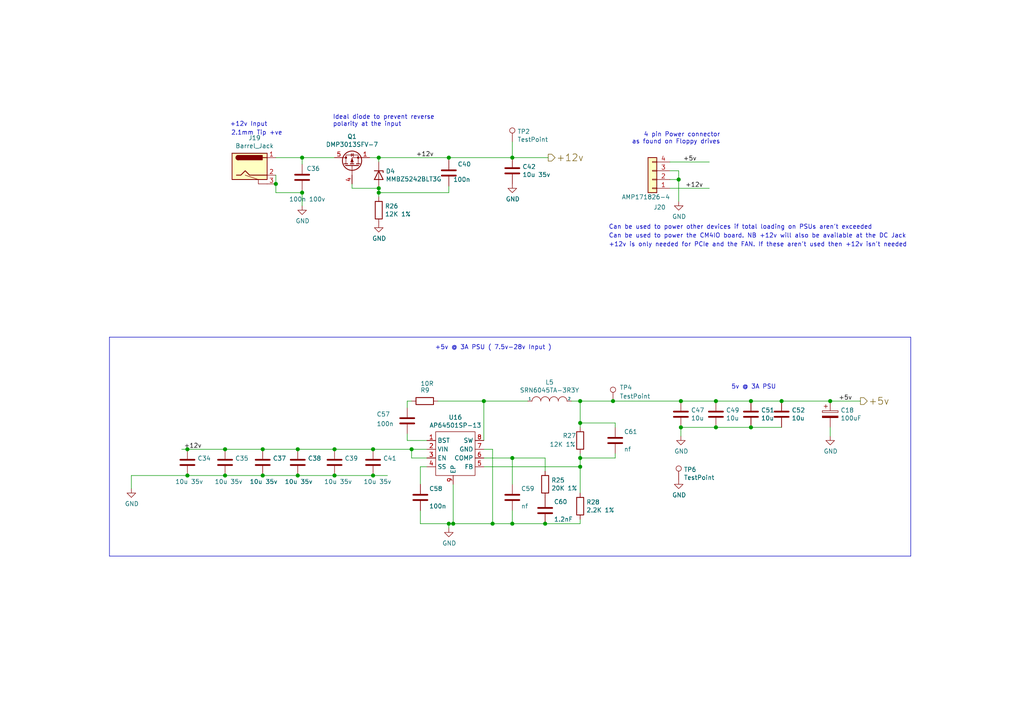
<source format=kicad_sch>
(kicad_sch (version 20211123) (generator eeschema)
  (paper "A4")
  (title_block (title "Compute Module 4 IO Board - PSUs") (company "(c) Raspberry Pi Trading 2020") (comment 1 "www.raspberrypi.org"))
  (lib_symbols
    (symbol "CM4IO:AP64351"
      (property "Reference" "U" (at 0 8.89 0))
      (property "Value" "AP64351" (at 1.27 6.35 0))
      (symbol "AP64351_0_1"
        (rectangle (start -5.08 5.08) (end 6.35 -7.62))
      )
      (symbol "AP64351_1_1"
        (pin passive line (at -7.62 2.54 0) (length 2.54) (name "BST") (number "1"))
        (pin power_in line (at -7.62 0 0) (length 2.54) (name "VIN") (number "2"))
        (pin input line (at -7.62 -2.54 0) (length 2.54) (name "EN") (number "3"))
        (pin input line (at -7.62 -5.08 0) (length 2.54) (name "SS") (number "4"))
        (pin input line (at 8.89 -5.08 180) (length 2.54) (name "FB") (number "5"))
        (pin input line (at 8.89 -2.54 180) (length 2.54) (name "COMP") (number "6"))
        (pin power_in line (at 8.89 0 180) (length 2.54) (name "GND") (number "7"))
        (pin output line (at 8.89 2.54 180) (length 2.54) (name "SW") (number "8"))
        (pin passive line (at 0 -10.16 90) (length 2.54) (name "EP") (number "9"))
      )
    )
    (symbol "CM4IO:Barrel_Jack"
      (property "Reference" "J" (at 0 5.334 0))
      (property "Value" "Barrel_Jack" (at 0 -5.08 0))
      (symbol "Barrel_Jack_0_1"
        (rectangle (start -5.08 3.81) (end 5.08 -3.81) (stroke (width 0.254)) (fill (type background)))
        (arc (start -3.302 3.175) (mid -3.937 2.54) (end -3.302 1.905) (stroke (width 0.254)))
        (arc (start -3.302 3.175) (mid -3.937 2.54) (end -3.302 1.905) (stroke (width 0.254)) (fill (type outline)))
        (polyline (pts (xy 5.08 2.54) (xy 3.81 2.54)) (stroke (width 0.254)))
        (polyline (pts (xy 5.08 -5.08) (xy 2.54 -5.08) (xy 2.54 -3.81) (xy -1.27 -2.54)))
        (polyline (pts (xy -3.81 -2.54) (xy -2.54 -2.54) (xy -1.27 -1.27) (xy 0 -2.54) (xy 2.54 -2.54) (xy 5.08 -2.54)) (stroke (width 0.254)))
        (rectangle (start 3.683 3.175) (end -3.302 1.905) (stroke (width 0.254)) (fill (type outline)))
      )
      (symbol "Barrel_Jack_1_1"
        (pin passive line (at 7.62 2.54 180) (length 2.54) (name "~") (number "1"))
        (pin passive line (at 7.62 -2.54 180) (length 2.54) (name "~") (number "2"))
        (pin passive line (at 7.62 -5.08 180) (length 2.54) (name "~") (number "3"))
      )
    )
    (symbol "Connector:TestPoint" (pin_numbers hide) (pin_names (offset 0.762) hide)
      (property "Reference" "TP" (at 0 6.858 0))
      (property "Value" "TestPoint" (at 0 5.08 0))
      (symbol "TestPoint_0_1"
        (circle (center 0 3.302) (radius 0.762))
      )
      (symbol "TestPoint_1_1"
        (pin passive line (at 0 0 90) (length 2.54) (name "1") (number "1"))
      )
    )
    (symbol "Connector_Generic:Conn_01x04" (pin_names hide)
      (property "Reference" "J" (at 0 5.08 0))
      (property "Value" "Conn_01x04" (at 0 -7.62 0))
      (symbol "Conn_01x04_1_1"
        (rectangle (start -1.27 -4.953) (end 0 -5.207))
        (rectangle (start -1.27 -2.413) (end 0 -2.667))
        (rectangle (start -1.27 0.127) (end 0 -0.127))
        (rectangle (start -1.27 2.667) (end 0 2.413))
        (rectangle (start -1.27 3.81) (end 1.27 -6.35) (stroke (width 0.254)) (fill (type background)))
        (pin passive line (at -5.08 2.54 0) (length 3.81) (name "Pin_1") (number "1"))
        (pin passive line (at -5.08 0 0) (length 3.81) (name "Pin_2") (number "2"))
        (pin passive line (at -5.08 -2.54 0) (length 3.81) (name "Pin_3") (number "3"))
        (pin passive line (at -5.08 -5.08 0) (length 3.81) (name "Pin_4") (number "4"))
      )
    )
    (symbol "Device:C" (pin_numbers hide) (pin_names (offset 0.254))
      (property "Reference" "C" (at 0.635 2.54 0))
      (property "Value" "C" (at 0.635 -2.54 0))
      (symbol "C_0_1"
        (polyline (pts (xy -2.032 -0.762) (xy 2.032 -0.762)) (stroke (width 0.508)))
        (polyline (pts (xy -2.032 0.762) (xy 2.032 0.762)) (stroke (width 0.508)))
      )
      (symbol "C_1_1"
        (pin passive line (at 0 3.81 270) (length 2.794) (name "~") (number "1"))
        (pin passive line (at 0 -3.81 90) (length 2.794) (name "~") (number "2"))
      )
    )
    (symbol "Device:CP" (pin_numbers hide) (pin_names (offset 0.254))
      (property "Reference" "C" (at 0.635 2.54 0))
      (property "Value" "CP" (at 0.635 -2.54 0))
      (symbol "CP_0_1"
        (rectangle (start -2.286 0.508) (end 2.286 1.016))
        (polyline (pts (xy -1.778 2.286) (xy -0.762 2.286)))
        (polyline (pts (xy -1.27 2.794) (xy -1.27 1.778)))
        (rectangle (start 2.286 -0.508) (end -2.286 -1.016) (fill (type outline)))
      )
      (symbol "CP_1_1"
        (pin passive line (at 0 3.81 270) (length 2.794) (name "~") (number "1"))
        (pin passive line (at 0 -3.81 90) (length 2.794) (name "~") (number "2"))
      )
    )
    (symbol "Device:R" (pin_numbers hide) (pin_names (offset 0))
      (property "Reference" "R" (at 2.032 0 90))
      (property "Value" "R" (at 0 0 90))
      (symbol "R_0_1"
        (rectangle (start -1.016 -2.54) (end 1.016 2.54) (stroke (width 0.254)))
      )
      (symbol "R_1_1"
        (pin passive line (at 0 3.81 270) (length 1.27) (name "~") (number "1"))
        (pin passive line (at 0 -3.81 90) (length 1.27) (name "~") (number "2"))
      )
    )
    (symbol "Diode:BZX84Cxx" (pin_numbers hide) (pin_names hide)
      (property "Reference" "D" (at 0 2.54 0))
      (property "Value" "BZX84Cxx" (at 0 -2.54 0))
      (symbol "BZX84Cxx_0_1"
        (polyline (pts (xy 1.27 0) (xy -1.27 0)))
        (polyline (pts (xy -1.27 -1.27) (xy -1.27 1.27) (xy -0.762 1.27)) (stroke (width 0.254)))
        (polyline (pts (xy 1.27 -1.27) (xy 1.27 1.27) (xy -1.27 0) (xy 1.27 -1.27)) (stroke (width 0.254)))
      )
      (symbol "BZX84Cxx_1_1"
        (pin passive line (at -3.81 0 0) (length 2.54) (name "K") (number "1"))
        (pin passive line (at 3.81 0 180) (length 2.54) (name "A") (number "2"))
      )
    )
    (symbol "Transistor_FET:DMP3013SFV" (pin_names hide)
      (property "Reference" "Q" (at 5.08 1.905 0))
      (property "Value" "DMP3013SFV" (at 5.08 0 0))
      (symbol "DMP3013SFV_0_1"
        (polyline (pts (xy 0.254 0) (xy -2.54 0)))
        (polyline (pts (xy 0.254 1.905) (xy 0.254 -1.905)) (stroke (width 0.254)))
        (polyline (pts (xy 0.762 -1.27) (xy 0.762 -2.286)) (stroke (width 0.254)))
        (polyline (pts (xy 0.762 0.508) (xy 0.762 -0.508)) (stroke (width 0.254)))
        (polyline (pts (xy 0.762 2.286) (xy 0.762 1.27)) (stroke (width 0.254)))
        (polyline (pts (xy 2.54 2.54) (xy 2.54 1.778)))
        (polyline (pts (xy 2.54 -2.54) (xy 2.54 0) (xy 0.762 0)))
        (polyline (pts (xy 0.762 1.778) (xy 3.302 1.778) (xy 3.302 -1.778) (xy 0.762 -1.778)))
        (polyline (pts (xy 2.286 0) (xy 1.27 0.381) (xy 1.27 -0.381) (xy 2.286 0)) (fill (type outline)))
        (polyline (pts (xy 2.794 -0.508) (xy 2.921 -0.381) (xy 3.683 -0.381) (xy 3.81 -0.254)))
        (polyline (pts (xy 3.302 -0.381) (xy 2.921 0.254) (xy 3.683 0.254) (xy 3.302 -0.381)))
        (circle (center 1.651 0) (radius 2.794) (stroke (width 0.254)))
        (circle (center 2.54 -1.778) (radius 0.254) (fill (type outline)))
        (circle (center 2.54 1.778) (radius 0.254) (fill (type outline)))
      )
      (symbol "DMP3013SFV_1_1"
        (pin passive line (at 2.54 -5.08 90) (length 2.54) (name "S") (number "1"))
        (pin passive line (at 2.54 -5.08 90) (length 2.54) hide (name "S") (number "2"))
        (pin passive line (at 2.54 -5.08 90) (length 2.54) hide (name "S") (number "3"))
        (pin passive line (at -5.08 0 0) (length 2.54) (name "G") (number "4"))
        (pin passive line (at 2.54 5.08 270) (length 2.54) (name "D") (number "5"))
      )
    )
    (symbol "power:GND" (power) (pin_names (offset 0))
      (property "Value" "GND" (at 0 -3.81 0))
      (symbol "GND_0_1"
        (polyline (pts (xy 0 0) (xy 0 -1.27) (xy 1.27 -1.27) (xy 0 -2.54) (xy -1.27 -1.27) (xy 0 -1.27)))
      )
      (symbol "GND_1_1"
        (pin power_in line (at 0 0 270) (length 0) hide (name "GND") (number "1"))
      )
    )
    (symbol "pspice:INDUCTOR" (pin_numbers hide) (pin_names (offset 0))
      (property "Reference" "L" (at 0 2.54 0))
      (property "Value" "INDUCTOR" (at 0 -1.27 0))
      (symbol "INDUCTOR_0_1"
        (arc (start -2.54 0) (mid -3.81 1.27) (end -5.08 0))
        (arc (start 0 0) (mid -1.27 1.27) (end -2.54 0))
        (arc (start 2.54 0) (mid 1.27 1.27) (end 0 0))
        (arc (start 5.08 0) (mid 3.81 1.27) (end 2.54 0))
      )
      (symbol "INDUCTOR_1_1"
        (pin input line (at -6.35 0 0) (length 1.27) (name "1") (number "1"))
        (pin input line (at 6.35 0 180) (length 1.27) (name "2") (number "2"))
      )
    )
  )
  (junction (at 158.115 151.892) (diameter 1.016))
  (junction (at 131.445 151.892) (diameter 1.016))
  (junction (at 108.204 130.302) (diameter 1.016))
  (junction (at 168.275 122.682) (diameter 1.016))
  (junction (at 148.59 151.892) (diameter 1.016))
  (junction (at 130.175 45.72) (diameter 1.016))
  (junction (at 54.356 137.922) (diameter 1.016))
  (junction (at 168.275 132.842) (diameter 1.016))
  (junction (at 142.875 151.892) (diameter 1.016))
  (junction (at 87.63 45.72) (diameter 1.016))
  (junction (at 197.485 116.332) (diameter 1.016))
  (junction (at 130.175 151.892) (diameter 1.016))
  (junction (at 140.335 116.332) (diameter 1.016))
  (junction (at 109.855 55.88) (diameter 1.016))
  (junction (at 168.275 116.332) (diameter 1.016))
  (junction (at 65.278 130.302) (diameter 1.016))
  (junction (at 207.645 123.952) (diameter 1.016))
  (junction (at 76.2 137.922) (diameter 1.016))
  (junction (at 217.805 123.952) (diameter 1.016))
  (junction (at 217.805 116.332) (diameter 1.016))
  (junction (at 177.8 116.332) (diameter 1.016))
  (junction (at 108.204 137.922) (diameter 1.016))
  (junction (at 226.695 116.332) (diameter 1.016))
  (junction (at 54.356 130.302) (diameter 1.016))
  (junction (at 197.485 123.952) (diameter 1.016))
  (junction (at 87.63 55.88) (diameter 1.016))
  (junction (at 109.855 54.61) (diameter 1.016))
  (junction (at 86.36 130.302) (diameter 1.016))
  (junction (at 119.38 130.302) (diameter 1.016))
  (junction (at 86.36 137.922) (diameter 1.016))
  (junction (at 196.85 52.07) (diameter 1.016))
  (junction (at 76.2 130.302) (diameter 1.016))
  (junction (at 97.028 137.922) (diameter 1.016))
  (junction (at 80.01 53.34) (diameter 1.016))
  (junction (at 207.645 116.332) (diameter 1.016))
  (junction (at 65.278 137.922) (diameter 1.016))
  (junction (at 148.59 45.72) (diameter 1.016))
  (junction (at 109.855 45.72) (diameter 1.016))
  (junction (at 168.275 135.382) (diameter 1.016))
  (junction (at 97.028 130.302) (diameter 1.016))
  (junction (at 240.792 116.332) (diameter 1.016))
  (junction (at 148.59 132.842) (diameter 1.016))
  (wire (pts (xy 97.028 137.922) (xy 108.204 137.922)))
  (wire (pts (xy 87.63 55.88) (xy 87.63 59.69)))
  (wire (pts (xy 52.705 130.302) (xy 54.356 130.302)))
  (wire (pts (xy 158.115 136.652) (xy 158.115 132.842)))
  (wire (pts (xy 118.11 127.762) (xy 123.825 127.762)))
  (wire (pts (xy 168.275 132.842) (xy 168.275 135.382)))
  (wire (pts (xy 97.028 130.302) (xy 108.204 130.302)))
  (wire (pts (xy 148.59 132.842) (xy 148.59 140.462)))
  (wire (pts (xy 168.275 151.892) (xy 168.275 150.622)))
  (wire (pts (xy 148.59 151.892) (xy 158.115 151.892)))
  (polyline (pts (xy 31.75 97.79) (xy 31.75 161.29)) (stroke (width 0) (type solid)))
  (wire (pts (xy 118.11 125.857) (xy 118.11 127.762)))
  (wire (pts (xy 148.59 45.72) (xy 159.004 45.72)))
  (wire (pts (xy 130.175 153.162) (xy 130.175 151.892)))
  (wire (pts (xy 86.36 137.922) (xy 97.028 137.922)))
  (wire (pts (xy 148.59 148.082) (xy 148.59 151.892)))
  (wire (pts (xy 121.92 151.892) (xy 130.175 151.892)))
  (wire (pts (xy 76.2 130.302) (xy 86.36 130.302)))
  (wire (pts (xy 76.2 137.922) (xy 86.36 137.922)))
  (wire (pts (xy 121.92 135.382) (xy 121.92 140.462)))
  (wire (pts (xy 118.11 116.332) (xy 119.38 116.332)))
  (wire (pts (xy 65.278 137.922) (xy 76.2 137.922)))
  (wire (pts (xy 140.335 135.382) (xy 168.275 135.382)))
  (wire (pts (xy 121.92 148.082) (xy 121.92 151.892)))
  (wire (pts (xy 102.108 53.34) (xy 102.108 54.61)))
  (polyline (pts (xy 264.16 97.79) (xy 264.16 161.29)) (stroke (width 0) (type solid)))
  (wire (pts (xy 140.335 116.332) (xy 140.335 127.762)))
  (polyline (pts (xy 264.16 161.29) (xy 31.75 161.29)) (stroke (width 0) (type solid)))
  (wire (pts (xy 217.805 116.332) (xy 226.695 116.332)))
  (wire (pts (xy 158.115 151.892) (xy 168.275 151.892)))
  (wire (pts (xy 118.11 118.237) (xy 118.11 116.332)))
  (wire (pts (xy 80.01 55.88) (xy 80.01 53.34)))
  (wire (pts (xy 54.356 137.922) (xy 65.278 137.922)))
  (wire (pts (xy 87.63 45.72) (xy 87.63 47.625)))
  (wire (pts (xy 240.792 123.952) (xy 240.792 126.492)))
  (wire (pts (xy 65.278 130.302) (xy 76.2 130.302)))
  (wire (pts (xy 140.335 132.842) (xy 148.59 132.842)))
  (wire (pts (xy 178.435 122.682) (xy 178.435 123.952)))
  (wire (pts (xy 123.825 135.382) (xy 121.92 135.382)))
  (wire (pts (xy 207.645 116.332) (xy 217.805 116.332)))
  (wire (pts (xy 130.175 55.88) (xy 130.175 53.975)))
  (wire (pts (xy 119.38 132.842) (xy 123.825 132.842)))
  (wire (pts (xy 130.175 151.892) (xy 131.445 151.892)))
  (wire (pts (xy 142.875 130.302) (xy 142.875 151.892)))
  (wire (pts (xy 108.204 137.922) (xy 112.395 137.922)))
  (wire (pts (xy 130.175 45.72) (xy 148.59 45.72)))
  (wire (pts (xy 142.875 151.892) (xy 148.59 151.892)))
  (wire (pts (xy 109.855 55.88) (xy 109.855 57.15)))
  (wire (pts (xy 217.805 123.952) (xy 207.645 123.952)))
  (wire (pts (xy 194.31 52.07) (xy 196.85 52.07)))
  (polyline (pts (xy 31.75 97.79) (xy 264.16 97.79)) (stroke (width 0) (type solid)))
  (wire (pts (xy 194.31 54.61) (xy 205.74 54.61)))
  (wire (pts (xy 177.8 116.332) (xy 197.485 116.332)))
  (wire (pts (xy 131.445 140.462) (xy 131.445 151.892)))
  (wire (pts (xy 80.01 55.88) (xy 87.63 55.88)))
  (wire (pts (xy 80.01 53.34) (xy 80.01 50.8)))
  (wire (pts (xy 127 116.332) (xy 140.335 116.332)))
  (wire (pts (xy 119.38 130.302) (xy 119.38 132.842)))
  (wire (pts (xy 109.855 45.72) (xy 130.175 45.72)))
  (wire (pts (xy 109.855 45.72) (xy 109.855 46.99)))
  (wire (pts (xy 165.735 116.332) (xy 168.275 116.332)))
  (wire (pts (xy 168.275 116.332) (xy 168.275 122.682)))
  (wire (pts (xy 140.335 130.302) (xy 142.875 130.302)))
  (wire (pts (xy 194.31 49.53) (xy 196.85 49.53)))
  (wire (pts (xy 102.108 54.61) (xy 109.855 54.61)))
  (wire (pts (xy 168.275 122.682) (xy 178.435 122.682)))
  (wire (pts (xy 196.85 52.07) (xy 196.85 58.42)))
  (wire (pts (xy 38.1 137.922) (xy 38.1 141.732)))
  (wire (pts (xy 197.485 116.332) (xy 207.645 116.332)))
  (wire (pts (xy 148.59 132.842) (xy 158.115 132.842)))
  (wire (pts (xy 109.855 55.88) (xy 130.175 55.88)))
  (wire (pts (xy 87.63 55.245) (xy 87.63 55.88)))
  (wire (pts (xy 196.85 49.53) (xy 196.85 52.07)))
  (wire (pts (xy 207.645 123.952) (xy 197.485 123.952)))
  (wire (pts (xy 131.445 151.892) (xy 142.875 151.892)))
  (wire (pts (xy 226.695 123.952) (xy 217.805 123.952)))
  (wire (pts (xy 86.36 130.302) (xy 97.028 130.302)))
  (wire (pts (xy 38.1 137.922) (xy 54.356 137.922)))
  (wire (pts (xy 240.792 116.332) (xy 249.555 116.332)))
  (wire (pts (xy 226.695 116.332) (xy 240.792 116.332)))
  (wire (pts (xy 178.435 132.842) (xy 178.435 131.572)))
  (wire (pts (xy 168.275 135.382) (xy 168.275 143.002)))
  (wire (pts (xy 168.275 132.842) (xy 178.435 132.842)))
  (wire (pts (xy 87.63 45.72) (xy 97.028 45.72)))
  (wire (pts (xy 168.275 116.332) (xy 177.8 116.332)))
  (wire (pts (xy 148.59 41.148) (xy 148.59 45.72)))
  (wire (pts (xy 130.175 45.72) (xy 130.175 46.355)))
  (wire (pts (xy 107.188 45.72) (xy 109.855 45.72)))
  (wire (pts (xy 54.356 130.302) (xy 65.278 130.302)))
  (wire (pts (xy 168.275 122.682) (xy 168.275 123.952)))
  (wire (pts (xy 194.31 46.99) (xy 205.74 46.99)))
  (wire (pts (xy 197.485 123.952) (xy 197.485 126.492)))
  (wire (pts (xy 80.01 45.72) (xy 87.63 45.72)))
  (wire (pts (xy 119.38 130.302) (xy 123.825 130.302)))
  (wire (pts (xy 168.275 131.572) (xy 168.275 132.842)))
  (wire (pts (xy 109.855 54.61) (xy 109.855 55.88)))
  (wire (pts (xy 140.335 116.332) (xy 153.035 116.332)))
  (wire (pts (xy 108.204 130.302) (xy 119.38 130.302)))
  (text "2.1mm Tip +ve" (at 81.915 39.37 180) (effects (font (size 1.27 1.27)) (justify right bottom)))
  (text "Ideal diode to prevent reverse\npolarity at the input" (at 96.52 36.83 0) (effects (font (size 1.27 1.27)) (justify left bottom)))
  (text "+12v Input" (at 66.675 36.83 0) (effects (font (size 1.27 1.27)) (justify left bottom)))
  (text "Can be used to power other devices if total loading on PSUs aren't exceeded" (at 176.53 66.675 0) (effects (font (size 1.27 1.27)) (justify left bottom)))
  (text "5v @ 3A PSU\n" (at 212.09 113.03 0) (effects (font (size 1.27 1.27)) (justify left bottom)))
  (text "4 pin Power connector\nas found on Floppy drives" (at 208.915 41.91 180) (effects (font (size 1.27 1.27)) (justify right bottom)))
  (text "+5v @ 3A PSU ( 7.5v-28v Input )" (at 160.02 101.6 180) (effects (font (size 1.27 1.27)) (justify right bottom)))
  (text "+12v is only needed for PCIe and the FAN. If these aren't used then +12v isn't needed" (at 176.53 71.755 0) (effects (font (size 1.27 1.27)) (justify left bottom)))
  (text "Can be used to power the CM4IO board. NB +12v will also be available at the DC Jack" (at 176.53 69.215 0) (effects (font (size 1.27 1.27)) (justify left bottom)))
  (label "+12v" (at 53.34 130.302 0))
  (label "+12v" (at 198.755 54.61 0))
  (label "+5v" (at 243.205 116.332 0))
  (label "+12v" (at 120.65 45.72 0))
  (label "+5v" (at 198.12 46.99 0))
  (hierarchical_label "+12v" (shape output) (at 159.004 45.72 0) (effects (font (size 2.0066 2.0066))))
  (hierarchical_label "+5v" (shape output) (at 249.555 116.332 0) (effects (font (size 2.0066 2.0066))))
  (symbol (lib_id "power:GND") (at 148.59 53.34 0) (unit 1)
    (property "Reference" "#PWR043" (effects hide))
    (property "Value" "GND" (at 148.717 57.7342 0))
  )
  (symbol (lib_id "power:GND") (at 87.63 59.69 0) (unit 1)
    (property "Reference" "#PWR041" (effects hide))
    (property "Value" "GND" (at 87.757 64.0842 0))
  )
  (symbol (lib_id "Device:C") (at 197.485 120.142 0) (unit 1)
    (property "Reference" "C47" (at 200.406 118.9736 0) (effects (justify left)))
    (property "Value" "10u" (at 200.406 121.285 0) (effects (justify left)))
    (property "Footprint" "Capacitor_SMD:C_0805_2012Metric" (effects hide))
    (property "Datasheet" "https://search.murata.co.jp/Ceramy/image/img/A01X/G101/ENG/GRM21BR71A106KA73-01.pdf" (effects hide))
    (property "Field5" "490-14381-1-ND" (effects hide))
    (property "Field4" "Digikey" (effects hide))
    (property "Field6" "GRM21BR71A106KA73L" (effects hide))
    (property "Field7" "Murata" (effects hide))
    (property "Part Description" "	10uF 10% 10V Ceramic Capacitor X7R 0805 (2012 Metric)" (effects hide))
    (property "Field8" "111893011" (effects hide))
  )
  (symbol (lib_id "Device:C") (at 207.645 120.142 0) (unit 1)
    (property "Reference" "C49" (at 210.566 118.9736 0) (effects (justify left)))
    (property "Value" "10u" (at 210.566 121.285 0) (effects (justify left)))
    (property "Footprint" "Capacitor_SMD:C_0805_2012Metric" (effects hide))
    (property "Datasheet" "https://search.murata.co.jp/Ceramy/image/img/A01X/G101/ENG/GRM21BR71A106KA73-01.pdf" (effects hide))
    (property "Field5" "490-14381-1-ND" (effects hide))
    (property "Field4" "Digikey" (effects hide))
    (property "Field6" "GRM21BR71A106KA73L" (effects hide))
    (property "Field7" "Murata" (effects hide))
    (property "Part Description" "	10uF 10% 10V Ceramic Capacitor X7R 0805 (2012 Metric)" (effects hide))
    (property "Field8" "111893011" (effects hide))
  )
  (symbol (lib_id "Device:C") (at 217.805 120.142 0) (unit 1)
    (property "Reference" "C51" (at 220.726 118.9736 0) (effects (justify left)))
    (property "Value" "10u" (at 220.726 121.285 0) (effects (justify left)))
    (property "Footprint" "Capacitor_SMD:C_0805_2012Metric" (effects hide))
    (property "Datasheet" "https://search.murata.co.jp/Ceramy/image/img/A01X/G101/ENG/GRM21BR71A106KA73-01.pdf" (effects hide))
    (property "Field5" "490-14381-1-ND" (effects hide))
    (property "Field4" "Digikey" (effects hide))
    (property "Field6" "GRM21BR71A106KA73L" (effects hide))
    (property "Field7" "Murata" (effects hide))
    (property "Part Description" "	10uF 10% 10V Ceramic Capacitor X7R 0805 (2012 Metric)" (effects hide))
    (property "Field8" "111893011" (effects hide))
  )
  (symbol (lib_id "Device:C") (at 226.695 120.142 0) (unit 1)
    (property "Reference" "C52" (at 229.616 118.9736 0) (effects (justify left)))
    (property "Value" "10u" (at 229.616 121.285 0) (effects (justify left)))
    (property "Footprint" "Capacitor_SMD:C_0805_2012Metric" (effects hide))
    (property "Datasheet" "https://search.murata.co.jp/Ceramy/image/img/A01X/G101/ENG/GRM21BR71A106KA73-01.pdf" (effects hide))
    (property "Field5" "490-14381-1-ND" (effects hide))
    (property "Field4" "Digikey" (effects hide))
    (property "Field6" "GRM21BR71A106KA73L" (effects hide))
    (property "Field7" "Murata" (effects hide))
    (property "Part Description" "	10uF 10% 10V Ceramic Capacitor X7R 0805 (2012 Metric)" (effects hide))
    (property "Field8" "111893011" (effects hide))
  )
  (symbol (lib_id "Device:C") (at 87.63 51.435 0) (unit 1)
    (property "Reference" "C36" (at 88.9 48.895 0) (effects (justify left)))
    (property "Value" "100n 100v" (at 83.82 57.785 0) (effects (justify left)))
    (property "Footprint" "Capacitor_SMD:C_0402_1005Metric" (effects hide))
    (property "Datasheet" "https://psearch.en.murata.com/capacitor/product/GRM155R62A104KE14%23.pdf" (effects hide))
    (property "Field4" "Farnell" (effects hide))
    (property "Field5" "2611907" (effects hide))
    (property "Field6" "GRM155R62A104KE14D" (effects hide))
    (property "Field7" "Murata" (effects hide))
    (property "Part Description" "	0.1uF 10% 100V Ceramic Capacitor X5R 0402 (1005 Metric)" (effects hide))
  )
  (symbol (lib_id "power:GND") (at 109.855 64.77 0) (unit 1)
    (property "Reference" "#PWR042" (effects hide))
    (property "Value" "GND" (at 109.982 69.1642 0))
  )
  (symbol (lib_id "Connector_Generic:Conn_01x04") (at 189.23 52.07 180) (unit 1)
    (property "Reference" "J20" (at 191.3128 60.1218 0))
    (property "Value" "AMP171826-4" (at 187.325 57.15 0))
    (property "Footprint" "171826-4:TE_171826-4" (effects hide))
    (property "Datasheet" "https://www.te.com/usa-en/product-171826-4.html" (effects hide))
    (property "Field4" "Farnell" (effects hide))
    (property "Field5" "	1056115" (effects hide))
    (property "Field6" "AMP171826-4" (effects hide))
    (property "Field7" "AMP-TE" (effects hide))
    (property "Part Description" "Wire-To-Board Connector, Right Angle, 2.54 mm, 4 Contacts, Header, AMP EI Series, Through Hole" (effects hide))
  )
  (symbol (lib_id "power:GND") (at 196.85 58.42 0) (unit 1)
    (property "Reference" "#PWR045" (effects hide))
    (property "Value" "GND" (at 196.977 62.8142 0))
  )
  (symbol (lib_id "CM4IO:Barrel_Jack") (at 72.39 48.26 0) (unit 1)
    (property "Reference" "J19" (at 73.8378 40.005 0))
    (property "Value" "Barrel_Jack" (at 73.8378 42.3164 0))
    (property "Footprint" "Connector_BarrelJack:BarrelJack_Horizontal" (effects hide))
    (property "Datasheet" "https://www.toby.co.uk/uploads/publications/842.pdf" (effects hide))
    (property "Field4" "Toby" (effects hide))
    (property "Field5" "DC-001-A-2.1mm-R" (effects hide))
    (property "Part Description" "DC Power Connectors PCB 2.1MM" (effects hide))
    (property "Field6" "DC-001-A-2.1mm-R" (effects hide))
    (property "Field7" "Valcon" (effects hide))
  )
  (symbol (lib_id "Diode:BZX84Cxx") (at 109.855 50.8 270) (unit 1)
    (property "Reference" "D4" (at 111.887 49.657 90) (effects (justify left)))
    (property "Value" "MMBZ5242BLT3G" (at 111.887 51.943 90) (effects (justify left)))
    (property "Footprint" "Diode_SMD:D_SOT-23_ANK" (effects hide))
    (property "Datasheet" "https://diotec.com/tl_files/diotec/files/pdf/datasheets/bzx84c2v4.pdf" (effects hide))
    (property "Field4" "Digikey" (effects hide))
    (property "Field5" "	MMBZ5242BLT3GOSCT-ND" (effects hide))
    (property "Field6" "MMBZ5242BLT3G" (effects hide))
    (property "Field7" "Onsemi" (effects hide))
    (property "Part Description" "	Zener Diode 12V 225mW 5% Surface Mount SOT-23-3 (TO-236)" (effects hide))
  )
  (symbol (lib_id "Device:R") (at 109.855 60.96 0) (unit 1)
    (property "Reference" "R26" (at 111.633 59.7916 0) (effects (justify left)))
    (property "Value" "12K 1%" (at 111.633 62.103 0) (effects (justify left)))
    (property "Footprint" "Resistor_SMD:R_0402_1005Metric" (effects hide))
    (property "Datasheet" "https://fscdn.rohm.com/en/products/databook/datasheet/passive/resistor/chip_resistor/mcr-e.pdf" (effects hide))
    (property "Field4" "Farnell" (effects hide))
    (property "Field5" "9239367" (effects hide))
    (property "Field7" "Rohm" (effects hide))
    (property "Field6" "MCR01MZPF1202" (effects hide))
    (property "Part Description" "Resistor 12K M1005 1% 63mW" (effects hide))
  )
  (symbol (lib_id "Device:C") (at 130.175 50.165 0) (unit 1)
    (property "Reference" "C40" (at 132.715 47.625 0) (effects (justify left)))
    (property "Value" "100n" (at 131.445 52.07 0) (effects (justify left)))
    (property "Footprint" "Capacitor_SMD:C_0402_1005Metric" (effects hide))
    (property "Datasheet" "https://search.murata.co.jp/Ceramy/image/img/A01X/G101/ENG/GRM155R71C104KA88-01.pdf" (effects hide))
    (property "Field4" "Farnell" (effects hide))
    (property "Field5" "2611911" (effects hide))
    (property "Field6" "RM EMK105 B7104KV-F" (effects hide))
    (property "Field7" "TAIYO YUDEN EUROPE GMBH" (effects hide))
    (property "Part Description" "	0.1uF 10% 16V Ceramic Capacitor X7R 0402 (1005 Metric)" (effects hide))
    (property "Field8" "110091611" (effects hide))
  )
  (symbol (lib_id "power:GND") (at 197.485 126.492 0) (unit 1)
    (property "Reference" "#PWR0118" (effects hide))
    (property "Value" "GND" (at 197.612 130.8862 0))
  )
  (symbol (lib_id "Device:C") (at 118.11 122.047 0) (unit 1)
    (property "Reference" "C57" (at 109.22 120.142 0) (effects (justify left)))
    (property "Value" "100n" (at 109.22 122.936 0) (effects (justify left)))
    (property "Footprint" "Capacitor_SMD:C_0402_1005Metric" (effects hide))
    (property "Datasheet" "https://search.murata.co.jp/Ceramy/image/img/A01X/G101/ENG/GRM155R71C104KA88-01.pdf" (effects hide))
    (property "Field4" "Farnell" (effects hide))
    (property "Field5" "2611911" (effects hide))
    (property "Field6" "RM EMK105 B7104KV-F" (effects hide))
    (property "Field7" "TAIYO YUDEN EUROPE GMBH" (effects hide))
    (property "Part Description" "	0.1uF 10% 16V Ceramic Capacitor X7R 0402 (1005 Metric)" (effects hide))
    (property "Field8" "110091611" (effects hide))
  )
  (symbol (lib_id "Device:R") (at 123.19 116.332 270) (unit 1)
    (property "Reference" "R9" (at 121.92 113.157 90) (effects (justify left)))
    (property "Value" "10R" (at 121.92 111.252 90) (effects (justify left)))
    (property "Footprint" "Resistor_SMD:R_0402_1005Metric" (effects hide))
    (property "Datasheet" "https://fscdn.rohm.com/en/products/databook/datasheet/passive/resistor/chip_resistor/mcr-e.pdf" (effects hide))
    (property "Field4" "Farnell" (effects hide))
    (property "Field5" "9238999" (effects hide))
    (property "Field7" "Yageo" (effects hide))
    (property "Field6" "RC0402FR-0710RL" (effects hide))
    (property "Field8" "URES00256" (effects hide))
    (property "Part Description" "Resistor 10R M1005 1% 63mW" (effects hide))
  )
  (symbol (lib_id "Device:C") (at 178.435 127.762 0) (unit 1)
    (property "Reference" "C61" (at 180.975 125.222 0) (effects (justify left)))
    (property "Value" "nf" (at 180.975 130.302 0) (effects (justify left)))
    (property "Footprint" "Capacitor_SMD:C_0402_1005Metric" (effects hide))
    (property "Datasheet" "http://www.farnell.com/datasheets/2048267.pdf?_ga=2.222777691.1738794919.1588350964-1787849031.1568210898&_gac=1.250356018.1588350964.EAIaIQobChMIgrHHs4yT6QIVxevtCh39TA_nEAAYASAAEgK8PfD_BwE" (effects hide))
    (property "Field4" "Farnell" (effects hide))
    (property "Field5" "2666374" (effects hide))
    (property "Field6" "GRM1555C1H221JA01D" (effects hide))
    (property "Field7" "Murata" (effects hide))
    (property "Part Description" "220 pF, 50 V, 0402 [1005 Metric], ± 5%, C0G / NP0/CH, GCM Series" (effects hide))
  )
  (symbol (lib_id "Device:R") (at 168.275 127.762 0) (unit 1)
    (property "Reference" "R27" (at 163.195 126.365 0) (effects (justify left)))
    (property "Value" "12K 1%" (at 159.385 128.905 0) (effects (justify left)))
    (property "Footprint" "Resistor_SMD:R_0402_1005Metric" (effects hide))
    (property "Datasheet" "https://fscdn.rohm.com/en/products/databook/datasheet/passive/resistor/chip_resistor/mcr-e.pdf" (effects hide))
    (property "Field4" "Farnell" (effects hide))
    (property "Field5" "9239367" (effects hide))
    (property "Field7" "Rohm" (effects hide))
    (property "Field6" "MCR01MZPF1202" (effects hide))
    (property "Part Description" "Resistor 12K M1005 1% 63mW" (effects hide))
  )
  (symbol (lib_id "pspice:INDUCTOR") (at 159.385 116.332 0) (unit 1)
    (property "Reference" "L5" (at 159.385 110.871 0))
    (property "Value" "SRN6045TA-3R3Y" (at 159.385 113.1824 0))
    (property "Footprint" "Inductor_SMD:L_Bourns_SRN6045TA" (effects hide))
    (property "Datasheet" "https://www.bourns.com/docs/Product-Datasheets/SRN6045TA.pdf" (effects hide))
    (property "Field4" "Farnell" (effects hide))
    (property "Field5" "2616889" (effects hide))
    (property "Field6" "SRN6045TA-3R3Y" (effects hide))
    (property "Field7" "Bourns" (effects hide))
    (property "Part Description" "3.3µH Semi-Shielded Wirewound Inductor 7.8A 21mOhm Nonstandard" (effects hide))
  )
  (symbol (lib_id "Device:C") (at 158.115 148.082 0) (unit 1)
    (property "Reference" "C60" (at 160.655 145.542 0) (effects (justify left)))
    (property "Value" "1.2nF" (at 160.655 150.622 0) (effects (justify left)))
    (property "Footprint" "Capacitor_SMD:C_0402_1005Metric" (effects hide))
    (property "Datasheet" "http://www.farnell.com/datasheets/2734135.pdf?_ga=2.259347658.1738794919.1588350964-1787849031.1568210898&_gac=1.15394434.1588350964.EAIaIQobChMIgrHHs4yT6QIVxevtCh39TA_nEAAYASAAEgK8PfD_BwE" (effects hide))
    (property "Field4" "Digikey" (effects hide))
    (property "Field5" "490-16429-1-ND" (effects hide))
    (property "Field6" "GCM155R71H122KA37D" (effects hide))
    (property "Field7" "Murata" (effects hide))
    (property "Part Description" "1200pF 10% 10V Ceramic Capacitor X5R 0402 (1005 Metric)" (effects hide))
  )
  (symbol (lib_id "Device:C") (at 148.59 144.272 0) (unit 1)
    (property "Reference" "C59" (at 151.13 141.732 0) (effects (justify left)))
    (property "Value" "nf" (at 151.13 146.812 0) (effects (justify left)))
    (property "Footprint" "Capacitor_SMD:C_0402_1005Metric" (effects hide))
  )
  (symbol (lib_id "CM4IO:AP64351") (at 131.445 130.302 0) (unit 1)
    (property "Reference" "U16" (at 132.08 121.0564 0))
    (property "Value" "AP64501SP-13" (at 132.08 123.3678 0))
    (property "Footprint" "Package_SO:SOIC-8-1EP_3.9x4.9mm_P1.27mm_EP2.95x4.9mm_Mask2.71x3.4mm_ThermalVias" (effects hide))
    (property "Datasheet" "https://www.diodes.com/assets/Datasheets/AP64501.pdf" (effects hide))
    (property "Field4" "Digikey" (effects hide))
    (property "Field5" "31-AP64501SP-13CT-ND" (effects hide))
    (property "Field6" "AP64501SP-13" (effects hide))
    (property "Field7" "Diodes" (effects hide))
    (property "Part Description" "Buck Switching Regulator IC Positive Adjustable 0.8V 1 Output 5A 8-SOIC (0.154\", 3.90mm Width) Exposed Pad" (effects hide))
  )
  (symbol (lib_id "Device:C") (at 121.92 144.272 0) (unit 1)
    (property "Reference" "C58" (at 124.46 141.732 0) (effects (justify left)))
    (property "Value" "100n" (at 124.46 146.812 0) (effects (justify left)))
    (property "Footprint" "Capacitor_SMD:C_0402_1005Metric" (effects hide))
    (property "Datasheet" "https://search.murata.co.jp/Ceramy/image/img/A01X/G101/ENG/GRM155R71C104KA88-01.pdf" (effects hide))
    (property "Field4" "Farnell" (effects hide))
    (property "Field5" "2611911" (effects hide))
    (property "Field6" "RM EMK105 B7104KV-F" (effects hide))
    (property "Field7" "TAIYO YUDEN EUROPE GMBH" (effects hide))
    (property "Part Description" "	0.1uF 10% 16V Ceramic Capacitor X7R 0402 (1005 Metric)" (effects hide))
    (property "Field8" "110091611" (effects hide))
  )
  (symbol (lib_id "power:GND") (at 130.175 153.162 0) (unit 1)
    (property "Reference" "#PWR0119" (effects hide))
    (property "Value" "GND" (at 130.302 157.5562 0))
  )
  (symbol (lib_id "Device:R") (at 168.275 146.812 0) (unit 1)
    (property "Reference" "R28" (at 170.053 145.6436 0) (effects (justify left)))
    (property "Value" "2.2K 1%" (at 170.053 147.955 0) (effects (justify left)))
    (property "Footprint" "Resistor_SMD:R_0402_1005Metric" (effects hide))
    (property "Datasheet" "https://fscdn.rohm.com/en/products/databook/datasheet/passive/resistor/chip_resistor/mcr-e.pdf" (effects hide))
    (property "Field4" "Farnell" (effects hide))
    (property "Field5" "9239278" (effects hide))
    (property "Field6" "RK73G1ETQTP2201D         " (effects hide))
    (property "Field7" "KOA EUROPE GMBH" (effects hide))
    (property "Part Description" "Resistor 2.2K M1005 1% 63mW" (effects hide))
    (property "Field8" "120889581" (effects hide))
  )
  (symbol (lib_id "Device:R") (at 158.115 140.462 0) (unit 1)
    (property "Reference" "R25" (at 159.893 139.2936 0) (effects (justify left)))
    (property "Value" "20K 1%" (at 159.893 141.605 0) (effects (justify left)))
    (property "Footprint" "Resistor_SMD:R_0402_1005Metric" (effects hide))
    (property "Datasheet" "https://fscdn.rohm.com/en/products/databook/datasheet/passive/resistor/chip_resistor/mcr-e.pdf" (effects hide))
    (property "Field4" "Farnell" (effects hide))
    (property "Field5" "2331485" (effects hide))
    (property "Field7" "KOA EUROPE GMBH" (effects hide))
    (property "Field6" "RK73H1ETTP2002F" (effects hide))
    (property "Part Description" "Resistor 20K M1005 1% 63mW" (effects hide))
  )
  (symbol (lib_id "power:GND") (at 38.1 141.732 0) (unit 1)
    (property "Reference" "#PWR0120" (effects hide))
    (property "Value" "GND" (at 38.227 146.1262 0))
  )
  (symbol (lib_id "Connector:TestPoint") (at 148.59 41.148 0) (unit 1)
    (property "Reference" "TP2" (at 150.0632 38.1508 0) (effects (justify left)))
    (property "Value" "TestPoint" (at 150.0632 40.4622 0) (effects (justify left)))
    (property "Footprint" "TestPoint:TestPoint_Pad_2.0x2.0mm" (effects hide))
    (property "Field4" "nf" (effects hide))
    (property "Field5" "nf" (effects hide))
    (property "Field6" "nf" (effects hide))
    (property "Field7" "nf" (effects hide))
  )
  (symbol (lib_id "Connector:TestPoint") (at 196.85 139.192 0) (unit 1)
    (property "Reference" "TP6" (at 198.3232 136.1948 0) (effects (justify left)))
    (property "Value" "TestPoint" (at 198.3232 138.5062 0) (effects (justify left)))
    (property "Footprint" "TestPoint:TestPoint_Pad_2.0x2.0mm" (effects hide))
    (property "Field4" "nf" (effects hide))
    (property "Field5" "nf" (effects hide))
    (property "Field6" "nf" (effects hide))
    (property "Field7" "nf" (effects hide))
  )
  (symbol (lib_id "power:GND") (at 196.85 139.192 0) (unit 1)
    (property "Reference" "#PWR0122" (effects hide))
    (property "Value" "GND" (at 196.977 143.5862 0))
  )
  (symbol (lib_id "Transistor_FET:DMP3013SFV") (at 102.108 48.26 90) (unit 1)
    (property "Reference" "Q1" (at 102.108 39.5986 90))
    (property "Value" "DMP3013SFV-7" (at 102.108 41.91 90))
    (property "Footprint" "Package_SON:Diodes_PowerDI3333-8" (effects hide))
    (property "Datasheet" "https://www.diodes.com/assets/Datasheets/DMP3013SFV.pdf" (effects hide))
    (property "Field4" "Farnell" (effects hide))
    (property "Field5" "3405192" (effects hide))
    (property "Field6" "DMP3013SFV-7" (effects hide))
    (property "Field7" "Diodes" (effects hide))
    (property "Part Description" "DMP3013SFV-7 -  Power MOSFET, P Channel, 30 V, 12 A, 0.008 ohm, PowerDI3333, Surface Mount" (effects hide))
  )
  (symbol (lib_id "power:GND") (at 240.792 126.492 0) (unit 1)
    (property "Reference" "#PWR02" (effects hide))
    (property "Value" "GND" (at 240.919 130.8862 0))
  )
  (symbol (lib_id "Device:C") (at 108.204 134.112 0) (unit 1)
    (property "Reference" "C41" (at 111.125 132.9436 0) (effects (justify left)))
    (property "Value" "10u 35v" (at 105.41 139.7 0) (effects (justify left)))
    (property "Footprint" "Capacitor_SMD:C_0805_2012Metric" (effects hide))
    (property "Datasheet" "https://www.murata.com/en-global/products/productdetail.aspx?partno=GRM21BC8YA106ME11%23" (effects hide))
    (property "Field5" "490-10505-1-ND" (effects hide))
    (property "Field4" "Digikey" (effects hide))
    (property "Field6" "GRM21BC8YA106KE11L " (effects hide))
    (property "Field7" "Murata" (effects hide))
    (property "Part Description" "	10uF 10% or 20% 35V Ceramic Capacitor X6S 0805 (2012 Metric)" (effects hide))
  )
  (symbol (lib_id "Device:C") (at 97.028 134.112 0) (unit 1)
    (property "Reference" "C39" (at 99.949 132.9436 0) (effects (justify left)))
    (property "Value" "10u 35v" (at 93.98 139.7 0) (effects (justify left)))
    (property "Footprint" "Capacitor_SMD:C_0805_2012Metric" (effects hide))
    (property "Datasheet" "https://www.murata.com/en-global/products/productdetail.aspx?partno=GRM21BC8YA106ME11%23" (effects hide))
    (property "Field5" "490-10505-1-ND" (effects hide))
    (property "Field4" "Digikey" (effects hide))
    (property "Field6" "GRM21BC8YA106KE11L " (effects hide))
    (property "Field7" "Murata" (effects hide))
    (property "Part Description" "	10uF 10% or 20% 35V Ceramic Capacitor X6S 0805 (2012 Metric)" (effects hide))
  )
  (symbol (lib_id "Device:C") (at 86.36 134.112 0) (unit 1)
    (property "Reference" "C38" (at 89.281 132.9436 0) (effects (justify left)))
    (property "Value" "10u 35v" (at 82.55 139.7 0) (effects (justify left)))
    (property "Footprint" "Capacitor_SMD:C_0805_2012Metric" (effects hide))
    (property "Datasheet" "https://www.murata.com/en-global/products/productdetail.aspx?partno=GRM21BC8YA106ME11%23" (effects hide))
    (property "Field5" "490-10505-1-ND" (effects hide))
    (property "Field4" "Digikey" (effects hide))
    (property "Field6" "GRM21BC8YA106KE11L " (effects hide))
    (property "Field7" "Murata" (effects hide))
    (property "Part Description" "	10uF 10% or 20% 35V Ceramic Capacitor X6S 0805 (2012 Metric)" (effects hide))
  )
  (symbol (lib_id "Device:C") (at 76.2 134.112 0) (unit 1)
    (property "Reference" "C37" (at 79.121 132.9436 0) (effects (justify left)))
    (property "Value" "10u 35v" (at 72.39 139.7 0) (effects (justify left)))
    (property "Footprint" "Capacitor_SMD:C_0805_2012Metric" (effects hide))
    (property "Datasheet" "https://www.murata.com/en-global/products/productdetail.aspx?partno=GRM21BC8YA106ME11%23" (effects hide))
    (property "Field5" "490-10505-1-ND" (effects hide))
    (property "Field4" "Digikey" (effects hide))
    (property "Field6" "GRM21BC8YA106KE11L " (effects hide))
    (property "Field7" "Murata" (effects hide))
    (property "Part Description" "	10uF 10% or 20% 35V Ceramic Capacitor X6S 0805 (2012 Metric)" (effects hide))
  )
  (symbol (lib_id "Device:C") (at 65.278 134.112 0) (unit 1)
    (property "Reference" "C35" (at 68.199 132.9436 0) (effects (justify left)))
    (property "Value" "10u 35v" (at 62.23 139.7 0) (effects (justify left)))
    (property "Footprint" "Capacitor_SMD:C_0805_2012Metric" (effects hide))
    (property "Datasheet" "https://www.murata.com/en-global/products/productdetail.aspx?partno=GRM21BC8YA106ME11%23" (effects hide))
    (property "Field5" "490-10505-1-ND" (effects hide))
    (property "Field4" "Digikey" (effects hide))
    (property "Field6" "GRM21BC8YA106KE11L " (effects hide))
    (property "Field7" "Murata" (effects hide))
    (property "Part Description" "	10uF 10% or 20% 35V Ceramic Capacitor X6S 0805 (2012 Metric)" (effects hide))
  )
  (symbol (lib_id "Device:C") (at 54.356 134.112 0) (unit 1)
    (property "Reference" "C34" (at 57.277 132.9436 0) (effects (justify left)))
    (property "Value" "10u 35v" (at 50.8 139.7 0) (effects (justify left)))
    (property "Footprint" "Capacitor_SMD:C_0805_2012Metric" (effects hide))
    (property "Datasheet" "https://www.murata.com/en-global/products/productdetail.aspx?partno=GRM21BC8YA106ME11%23" (effects hide))
    (property "Field5" "490-10505-1-ND" (effects hide))
    (property "Field4" "Digikey" (effects hide))
    (property "Field6" "GRM21BC8YA106KE11L " (effects hide))
    (property "Field7" "Murata" (effects hide))
    (property "Part Description" "	10uF 10% or 20% 35V Ceramic Capacitor X6S 0805 (2012 Metric)" (effects hide))
  )
  (symbol (lib_id "Device:C") (at 148.59 49.53 0) (unit 1)
    (property "Reference" "C42" (at 151.511 48.3616 0) (effects (justify left)))
    (property "Value" "10u 35v" (at 151.511 50.673 0) (effects (justify left)))
    (property "Footprint" "Capacitor_SMD:C_0805_2012Metric" (effects hide))
    (property "Datasheet" "https://www.murata.com/en-global/products/productdetail.aspx?partno=GRM21BC8YA106ME11%23" (effects hide))
    (property "Field5" "490-10505-1-ND" (effects hide))
    (property "Field4" "Digikey" (effects hide))
    (property "Field6" "GRM21BC8YA106KE11L " (effects hide))
    (property "Field7" "Murata" (effects hide))
    (property "Part Description" "	10uF 10% or 20% 35V Ceramic Capacitor X6S 0805 (2012 Metric)" (effects hide))
  )
  (symbol (lib_id "Device:CP") (at 240.792 120.142 0) (unit 1)
    (property "Reference" "C18" (at 243.7892 118.999 0) (effects (justify left)))
    (property "Value" "100uF" (at 243.7892 121.285 0) (effects (justify left)))
    (property "Footprint" "Capacitor_Tantalum_SMD:CP_EIA-7343-31_Kemet-D" (effects hide))
    (property "Field4" "Mouser" (effects hide))
    (property "Field5" "667-EEF-CX0J101R" (effects hide))
    (property "Part Description" "Capacitor, SP-Cap, 100u, 6.3V, 15mR ESR" (effects hide))
  )
  (symbol (lib_id "Connector:TestPoint") (at 177.8 116.332 0) (unit 1)
    (property "Reference" "TP4" (at 179.705 112.395 0) (effects (justify left)))
    (property "Value" "TestPoint" (at 179.705 114.935 0) (effects (justify left)))
    (property "Footprint" "TestPoint:TestPoint_Pad_2.0x2.0mm" (effects hide))
    (property "Field4" "nf" (effects hide))
    (property "Field5" "nf" (effects hide))
    (property "Field6" "nf" (effects hide))
    (property "Field7" "nf" (effects hide))
  )
)
</source>
